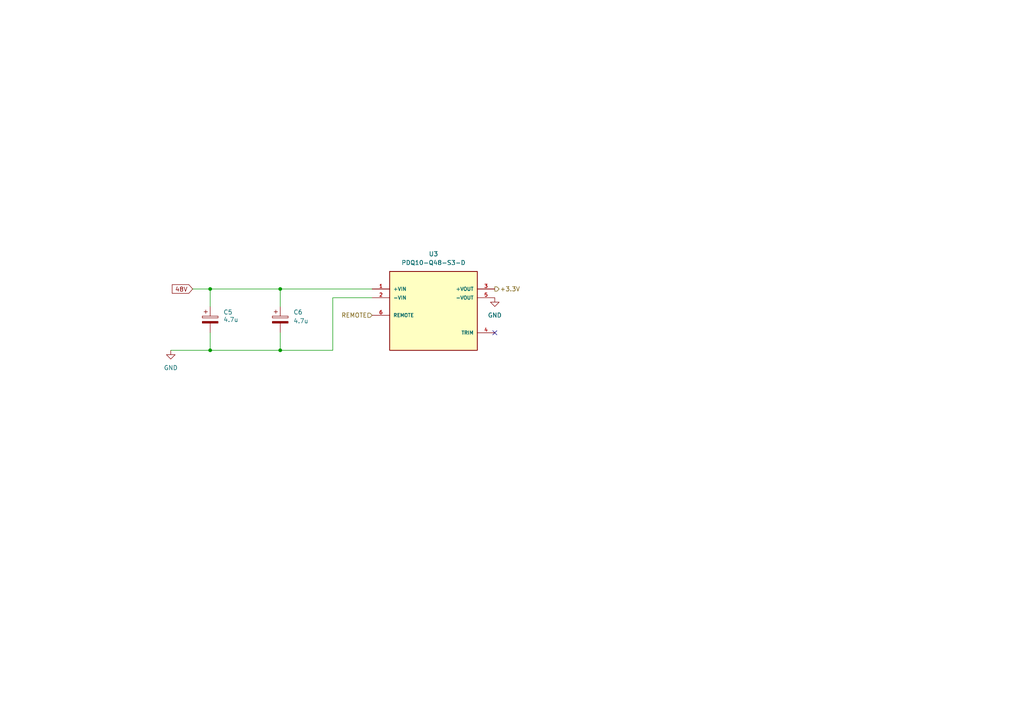
<source format=kicad_sch>
(kicad_sch (version 20231120) (generator "eeschema") (generator_version "8.0")
  (paper "A4")
  (lib_symbols
    (symbol "BCRL_power_supply:PDQ10-Q48-S3-D" (pin_names (offset 1.016))
      (property "Reference" "U" (at -12.725 10.1799 0))
      (property "Value" "PDQ10-Q48-S3-D" (at -12.7248 -15.2698 0))
      (symbol "PDQ10-Q48-S3-D_0_0"
        (rectangle (start -12.7 -12.7) (end 12.7 10.16) (stroke (width 0.254)) (fill (type background)))
        (pin input line (at -17.78 5.08 0) (length 5.08) (name "+VIN") (number "1"))
        (pin input line (at -17.78 2.54 0) (length 5.08) (name "-VIN") (number "2"))
        (pin output line (at 17.78 5.08 180) (length 5.08) (name "+VOUT") (number "3"))
        (pin passive line (at 17.78 -7.62 180) (length 5.08) (name "TRIM") (number "4"))
        (pin output line (at 17.78 2.54 180) (length 5.08) (name "-VOUT") (number "5"))
        (pin input line (at -17.78 -2.54 0) (length 5.08) (name "REMOTE") (number "6"))
      )
    )
    (symbol "Device:C_Polarized" (pin_numbers hide) (pin_names (offset 0.254))
      (property "Reference" "C" (at 0.635 2.54 0))
      (property "Value" "C_Polarized" (at 0.635 -2.54 0))
      (symbol "C_Polarized_0_1"
        (rectangle (start -2.286 0.508) (end 2.286 1.016))
        (polyline (pts (xy -1.778 2.286) (xy -0.762 2.286)))
        (polyline (pts (xy -1.27 2.794) (xy -1.27 1.778)))
        (rectangle (start 2.286 -0.508) (end -2.286 -1.016) (fill (type outline)))
      )
      (symbol "C_Polarized_1_1"
        (pin passive line (at 0 3.81 270) (length 2.794) (name "~") (number "1"))
        (pin passive line (at 0 -3.81 90) (length 2.794) (name "~") (number "2"))
      )
    )
    (symbol "power:GND" (power) (pin_names (offset 0))
      (property "Value" "GND" (at 0 -3.81 0))
      (symbol "GND_0_1"
        (polyline (pts (xy 0 0) (xy 0 -1.27) (xy 1.27 -1.27) (xy 0 -2.54) (xy -1.27 -1.27) (xy 0 -1.27)))
      )
      (symbol "GND_1_1"
        (pin power_in line (at 0 0 270) (length 0) hide (name "GND") (number "1"))
      )
    )
  )
  (junction (at 81.28 83.82))
  (junction (at 81.28 101.6))
  (junction (at 60.96 101.6))
  (junction (at 60.96 83.82))
  (no_connect (at 143.51 96.52))
  (wire (pts (xy 81.28 96.52) (xy 81.28 101.6)))
  (wire (pts (xy 81.28 83.82) (xy 81.28 88.9)))
  (wire (pts (xy 49.53 101.6) (xy 60.96 101.6)))
  (wire (pts (xy 81.28 101.6) (xy 96.52 101.6)))
  (wire (pts (xy 55.88 83.82) (xy 60.96 83.82)))
  (wire (pts (xy 60.96 96.52) (xy 60.96 101.6)))
  (wire (pts (xy 81.28 83.82) (xy 107.95 83.82)))
  (wire (pts (xy 96.52 86.36) (xy 107.95 86.36)))
  (wire (pts (xy 96.52 101.6) (xy 96.52 86.36)))
  (wire (pts (xy 60.96 83.82) (xy 60.96 88.9)))
  (wire (pts (xy 60.96 83.82) (xy 81.28 83.82)))
  (wire (pts (xy 60.96 101.6) (xy 81.28 101.6)))
  (global_label "48V" (shape input) (at 55.88 83.82 180) (property "Intersheetrefs" "${INTERSHEET_REFS}" (effects (hide yes))))
  (hierarchical_label "+3.3V" (shape output) (at 143.51 83.82 0))
  (hierarchical_label "REMOTE" (shape input) (at 107.95 91.44 180))
  (symbol (lib_id "BCRL_power_supply:PDQ10-Q48-S3-D") (at 125.73 88.9 0) (unit 1)
    (property "Reference" "U3" (at 125.73 73.66 0))
    (property "Value" "PDQ10-Q48-S3-D" (at 125.73 76.2 0))
    (property "Footprint" "BCRL_power_supply:CONV_PDQ10-Q48-S3-D" (effects (hide yes)))
    (property "PARTREV" "1.0" (effects (hide yes)))
    (property "MANUFACTURER" "CUI Inc" (effects (hide yes)))
    (property "STANDARD" "Manufacturer Recommendations" (effects (hide yes)))
  )
  (symbol (lib_id "Device:C_Polarized") (at 81.28 92.71 0) (unit 1)
    (property "Reference" "C6" (at 85.09 90.551 0) (effects (justify left)))
    (property "Value" "4.7u" (at 85.09 93.091 0) (effects (justify left)))
    (property "Footprint" "Capacitor_SMD:C_0603_1608Metric" (effects (hide yes)))
    (property "LCSC" "C784420" (effects (hide yes)))
    (property "rating" "100v" (effects (hide yes)))
  )
  (symbol (lib_id "Device:C_Polarized") (at 60.96 92.71 0) (unit 1)
    (property "Reference" "C5" (at 64.77 90.551 0) (effects (justify left)))
    (property "Value" "4.7u" (at 64.77 92.71 0) (effects (justify left)))
    (property "Footprint" "Capacitor_SMD:C_0603_1608Metric" (effects (hide yes)))
    (property "LCSC" "C784420" (effects (hide yes)))
    (property "rating" "100v" (effects (hide yes)))
  )
  (symbol (lib_id "power:GND") (at 143.51 86.36 0) (unit 1)
    (property "Reference" "#PWR063" (effects (hide yes)))
    (property "Value" "GND" (at 143.51 91.44 0))
  )
  (symbol (lib_id "power:GND") (at 49.53 101.6 0) (unit 1)
    (property "Reference" "#PWR062" (effects (hide yes)))
    (property "Value" "GND" (at 49.53 106.68 0))
  )
)
</source>
